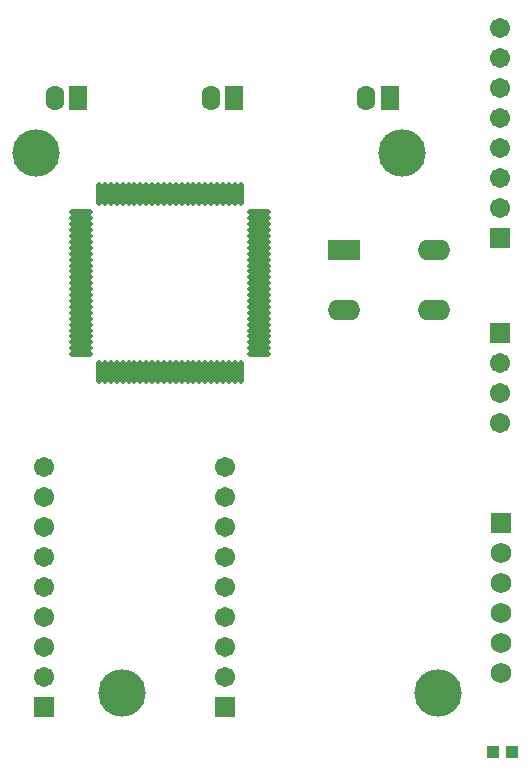
<source format=gts>
G04*
G04 #@! TF.GenerationSoftware,Altium Limited,Altium Designer,18.1.6 (161)*
G04*
G04 Layer_Color=8388736*
%FSLAX25Y25*%
%MOIN*%
G70*
G01*
G75*
%ADD19R,0.03950X0.03950*%
%ADD20O,0.07887X0.01981*%
%ADD21O,0.01981X0.07887*%
%ADD22C,0.06800*%
%ADD23R,0.06800X0.06800*%
%ADD24R,0.06706X0.06706*%
%ADD25C,0.06706*%
%ADD26C,0.15800*%
%ADD27R,0.06300X0.08300*%
%ADD28O,0.06300X0.08300*%
%ADD29R,0.10800X0.06800*%
%ADD30O,0.10800X0.06800*%
D19*
X168602Y-4500D02*
D03*
X175098D02*
D03*
D20*
X31276Y175228D02*
D03*
Y173260D02*
D03*
Y171291D02*
D03*
Y169323D02*
D03*
Y167354D02*
D03*
Y165386D02*
D03*
Y163417D02*
D03*
Y161449D02*
D03*
Y159480D02*
D03*
Y157512D02*
D03*
Y155543D02*
D03*
Y153575D02*
D03*
Y151606D02*
D03*
Y149638D02*
D03*
Y147669D02*
D03*
Y145701D02*
D03*
Y143732D02*
D03*
Y141764D02*
D03*
Y139795D02*
D03*
Y137827D02*
D03*
Y135858D02*
D03*
Y133890D02*
D03*
Y131921D02*
D03*
Y129953D02*
D03*
Y127984D02*
D03*
X90724D02*
D03*
Y129953D02*
D03*
Y131921D02*
D03*
Y133890D02*
D03*
Y135858D02*
D03*
Y137827D02*
D03*
Y139795D02*
D03*
Y141764D02*
D03*
Y143732D02*
D03*
Y145701D02*
D03*
Y147669D02*
D03*
Y149638D02*
D03*
Y151606D02*
D03*
Y153575D02*
D03*
Y155543D02*
D03*
Y157512D02*
D03*
Y159480D02*
D03*
Y161449D02*
D03*
Y163417D02*
D03*
Y165386D02*
D03*
Y167354D02*
D03*
Y169323D02*
D03*
Y171291D02*
D03*
Y173260D02*
D03*
Y175228D02*
D03*
D21*
X37378Y121882D02*
D03*
X39346D02*
D03*
X41315D02*
D03*
X43283D02*
D03*
X45252D02*
D03*
X47220D02*
D03*
X49189D02*
D03*
X51157D02*
D03*
X53126D02*
D03*
X55094D02*
D03*
X57063D02*
D03*
X59032D02*
D03*
X61000D02*
D03*
X62969D02*
D03*
X64937D02*
D03*
X66906D02*
D03*
X68874D02*
D03*
X70843D02*
D03*
X72811D02*
D03*
X74780D02*
D03*
X76748D02*
D03*
X78717D02*
D03*
X80685D02*
D03*
X82654D02*
D03*
X84622D02*
D03*
Y181331D02*
D03*
X82654D02*
D03*
X80685D02*
D03*
X78717D02*
D03*
X76748D02*
D03*
X74780D02*
D03*
X72811D02*
D03*
X70843D02*
D03*
X68874D02*
D03*
X66906D02*
D03*
X64937D02*
D03*
X62969D02*
D03*
X61000D02*
D03*
X59032D02*
D03*
X57063D02*
D03*
X55094D02*
D03*
X53126D02*
D03*
X51157D02*
D03*
X49189D02*
D03*
X47220D02*
D03*
X45252D02*
D03*
X43283D02*
D03*
X41315D02*
D03*
X39346D02*
D03*
X37378D02*
D03*
D22*
X171500Y21650D02*
D03*
Y31650D02*
D03*
Y41650D02*
D03*
Y51650D02*
D03*
Y61650D02*
D03*
D23*
Y71650D02*
D03*
D24*
X171201Y135000D02*
D03*
Y166650D02*
D03*
X19000Y10500D02*
D03*
X79300D02*
D03*
D25*
X171201Y125000D02*
D03*
Y115000D02*
D03*
Y105000D02*
D03*
Y176650D02*
D03*
Y186650D02*
D03*
Y196650D02*
D03*
Y206650D02*
D03*
Y216650D02*
D03*
Y226650D02*
D03*
Y236650D02*
D03*
X19000Y30500D02*
D03*
Y40500D02*
D03*
Y50500D02*
D03*
Y60500D02*
D03*
Y70500D02*
D03*
Y80500D02*
D03*
Y90500D02*
D03*
Y20500D02*
D03*
X79300Y30500D02*
D03*
Y40500D02*
D03*
Y50500D02*
D03*
Y60500D02*
D03*
Y70500D02*
D03*
Y80500D02*
D03*
Y90500D02*
D03*
Y20500D02*
D03*
D26*
X16500Y195000D02*
D03*
X138500D02*
D03*
X150500Y14938D02*
D03*
X45000D02*
D03*
D27*
X30500Y213500D02*
D03*
X82437D02*
D03*
X134374D02*
D03*
D28*
X22626D02*
D03*
X74563D02*
D03*
X126500D02*
D03*
D29*
X118965Y162807D02*
D03*
D30*
X148965D02*
D03*
Y142807D02*
D03*
X118965D02*
D03*
M02*

</source>
